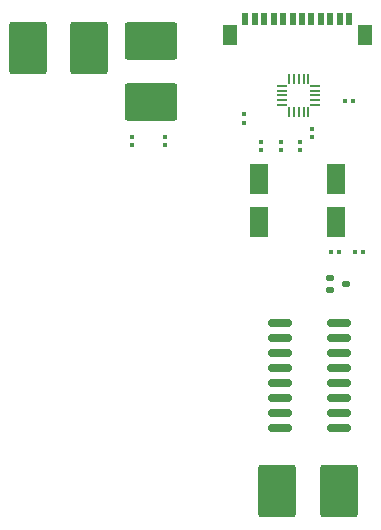
<source format=gbr>
%TF.GenerationSoftware,KiCad,Pcbnew,9.0.0*%
%TF.CreationDate,2025-04-24T22:16:00-04:00*%
%TF.ProjectId,SeniorProject,53656e69-6f72-4507-926f-6a6563742e6b,rev?*%
%TF.SameCoordinates,Original*%
%TF.FileFunction,Paste,Top*%
%TF.FilePolarity,Positive*%
%FSLAX46Y46*%
G04 Gerber Fmt 4.6, Leading zero omitted, Abs format (unit mm)*
G04 Created by KiCad (PCBNEW 9.0.0) date 2025-04-24 22:16:00*
%MOMM*%
%LPD*%
G01*
G04 APERTURE LIST*
G04 Aperture macros list*
%AMRoundRect*
0 Rectangle with rounded corners*
0 $1 Rounding radius*
0 $2 $3 $4 $5 $6 $7 $8 $9 X,Y pos of 4 corners*
0 Add a 4 corners polygon primitive as box body*
4,1,4,$2,$3,$4,$5,$6,$7,$8,$9,$2,$3,0*
0 Add four circle primitives for the rounded corners*
1,1,$1+$1,$2,$3*
1,1,$1+$1,$4,$5*
1,1,$1+$1,$6,$7*
1,1,$1+$1,$8,$9*
0 Add four rect primitives between the rounded corners*
20,1,$1+$1,$2,$3,$4,$5,0*
20,1,$1+$1,$4,$5,$6,$7,0*
20,1,$1+$1,$6,$7,$8,$9,0*
20,1,$1+$1,$8,$9,$2,$3,0*%
%AMFreePoly0*
4,1,14,0.354215,0.088284,0.450784,-0.008285,0.462500,-0.036569,0.462500,-0.060000,0.450784,-0.088284,0.422500,-0.100000,-0.422500,-0.100000,-0.450784,-0.088284,-0.462500,-0.060000,-0.462500,0.060000,-0.450784,0.088284,-0.422500,0.100000,0.325931,0.100000,0.354215,0.088284,0.354215,0.088284,$1*%
%AMFreePoly1*
4,1,14,0.450784,0.088284,0.462500,0.060000,0.462500,0.036569,0.450784,0.008285,0.354215,-0.088284,0.325931,-0.100000,-0.422500,-0.100000,-0.450784,-0.088284,-0.462500,-0.060000,-0.462500,0.060000,-0.450784,0.088284,-0.422500,0.100000,0.422500,0.100000,0.450784,0.088284,0.450784,0.088284,$1*%
%AMFreePoly2*
4,1,14,0.088284,0.450784,0.100000,0.422500,0.100000,-0.422500,0.088284,-0.450784,0.060000,-0.462500,-0.060000,-0.462500,-0.088284,-0.450784,-0.100000,-0.422500,-0.100000,0.325931,-0.088284,0.354215,0.008285,0.450784,0.036569,0.462500,0.060000,0.462500,0.088284,0.450784,0.088284,0.450784,$1*%
%AMFreePoly3*
4,1,14,-0.008285,0.450784,0.088284,0.354215,0.100000,0.325931,0.100000,-0.422500,0.088284,-0.450784,0.060000,-0.462500,-0.060000,-0.462500,-0.088284,-0.450784,-0.100000,-0.422500,-0.100000,0.422500,-0.088284,0.450784,-0.060000,0.462500,-0.036569,0.462500,-0.008285,0.450784,-0.008285,0.450784,$1*%
%AMFreePoly4*
4,1,14,0.450784,0.088284,0.462500,0.060000,0.462500,-0.060000,0.450784,-0.088284,0.422500,-0.100000,-0.325931,-0.100000,-0.354215,-0.088284,-0.450784,0.008285,-0.462500,0.036569,-0.462500,0.060000,-0.450784,0.088284,-0.422500,0.100000,0.422500,0.100000,0.450784,0.088284,0.450784,0.088284,$1*%
%AMFreePoly5*
4,1,14,0.450784,0.088284,0.462500,0.060000,0.462500,-0.060000,0.450784,-0.088284,0.422500,-0.100000,-0.422500,-0.100000,-0.450784,-0.088284,-0.462500,-0.060000,-0.462500,-0.036569,-0.450784,-0.008285,-0.354215,0.088284,-0.325931,0.100000,0.422500,0.100000,0.450784,0.088284,0.450784,0.088284,$1*%
%AMFreePoly6*
4,1,14,0.088284,0.450784,0.100000,0.422500,0.100000,-0.325931,0.088284,-0.354215,-0.008285,-0.450784,-0.036569,-0.462500,-0.060000,-0.462500,-0.088284,-0.450784,-0.100000,-0.422500,-0.100000,0.422500,-0.088284,0.450784,-0.060000,0.462500,0.060000,0.462500,0.088284,0.450784,0.088284,0.450784,$1*%
%AMFreePoly7*
4,1,14,0.088284,0.450784,0.100000,0.422500,0.100000,-0.422500,0.088284,-0.450784,0.060000,-0.462500,0.036569,-0.462500,0.008285,-0.450784,-0.088284,-0.354215,-0.100000,-0.325931,-0.100000,0.422500,-0.088284,0.450784,-0.060000,0.462500,0.060000,0.462500,0.088284,0.450784,0.088284,0.450784,$1*%
G04 Aperture macros list end*
%ADD10RoundRect,0.079500X0.100500X-0.079500X0.100500X0.079500X-0.100500X0.079500X-0.100500X-0.079500X0*%
%ADD11RoundRect,0.150000X-0.850000X-0.150000X0.850000X-0.150000X0.850000X0.150000X-0.850000X0.150000X0*%
%ADD12RoundRect,0.125000X-0.175000X-0.125000X0.175000X-0.125000X0.175000X0.125000X-0.175000X0.125000X0*%
%ADD13RoundRect,0.079500X0.079500X0.100500X-0.079500X0.100500X-0.079500X-0.100500X0.079500X-0.100500X0*%
%ADD14RoundRect,0.079500X-0.100500X0.079500X-0.100500X-0.079500X0.100500X-0.079500X0.100500X0.079500X0*%
%ADD15RoundRect,0.250000X0.550000X-1.050000X0.550000X1.050000X-0.550000X1.050000X-0.550000X-1.050000X0*%
%ADD16RoundRect,0.250000X-1.975000X1.350000X-1.975000X-1.350000X1.975000X-1.350000X1.975000X1.350000X0*%
%ADD17FreePoly0,90.000000*%
%ADD18RoundRect,0.050000X0.050000X-0.412500X0.050000X0.412500X-0.050000X0.412500X-0.050000X-0.412500X0*%
%ADD19FreePoly1,90.000000*%
%ADD20FreePoly2,90.000000*%
%ADD21RoundRect,0.050000X0.412500X-0.050000X0.412500X0.050000X-0.412500X0.050000X-0.412500X-0.050000X0*%
%ADD22FreePoly3,90.000000*%
%ADD23FreePoly4,90.000000*%
%ADD24FreePoly5,90.000000*%
%ADD25FreePoly6,90.000000*%
%ADD26FreePoly7,90.000000*%
%ADD27R,0.500000X1.100000*%
%ADD28R,1.200000X1.700000*%
%ADD29RoundRect,0.079500X-0.079500X-0.100500X0.079500X-0.100500X0.079500X0.100500X-0.079500X0.100500X0*%
%ADD30RoundRect,0.250000X-1.350000X-1.975000X1.350000X-1.975000X1.350000X1.975000X-1.350000X1.975000X0*%
G04 APERTURE END LIST*
D10*
%TO.C,R8*%
X121750000Y-76940000D03*
X121750000Y-76250000D03*
%TD*%
D11*
%TO.C,U2*%
X134250000Y-92005000D03*
X134250000Y-93275000D03*
X134250000Y-94545000D03*
X134250000Y-95815000D03*
X134250000Y-97085000D03*
X134250000Y-98355000D03*
X134250000Y-99625000D03*
X134250000Y-100895000D03*
X139250000Y-100895000D03*
X139250000Y-99625000D03*
X139250000Y-98355000D03*
X139250000Y-97085000D03*
X139250000Y-95815000D03*
X139250000Y-94545000D03*
X139250000Y-93275000D03*
X139250000Y-92005000D03*
%TD*%
D12*
%TO.C,Q1*%
X138500000Y-88200000D03*
X138500000Y-89200000D03*
X139800000Y-88700000D03*
%TD*%
D13*
%TO.C,R5*%
X138560000Y-85950000D03*
X139250000Y-85950000D03*
%TD*%
D14*
%TO.C,R7*%
X124500000Y-76940000D03*
X124500000Y-76250000D03*
%TD*%
D15*
%TO.C,C3*%
X139000000Y-83400000D03*
X139000000Y-79800000D03*
%TD*%
%TO.C,C4*%
X132500000Y-79800000D03*
X132500000Y-83400000D03*
%TD*%
D13*
%TO.C,R6*%
X141250000Y-85950000D03*
X140560000Y-85950000D03*
%TD*%
D16*
%TO.C,STRAIN2*%
X123300000Y-73300000D03*
X123300000Y-68100000D03*
%TD*%
D14*
%TO.C,C1*%
X136950000Y-75555000D03*
X136950000Y-76245000D03*
%TD*%
D10*
%TO.C,R3*%
X134350000Y-77340000D03*
X134350000Y-76650000D03*
%TD*%
D17*
%TO.C,U3*%
X135037500Y-74087500D03*
D18*
X135437500Y-74087500D03*
X135837500Y-74087500D03*
X136237500Y-74087500D03*
D19*
X136637500Y-74087500D03*
D20*
X137225000Y-73500000D03*
D21*
X137225000Y-73100000D03*
X137225000Y-72700000D03*
X137225000Y-72300000D03*
D22*
X137225000Y-71900000D03*
D23*
X136637500Y-71312500D03*
D18*
X136237500Y-71312500D03*
X135837500Y-71312500D03*
X135437500Y-71312500D03*
D24*
X135037500Y-71312500D03*
D25*
X134450000Y-71900000D03*
D21*
X134450000Y-72300000D03*
X134450000Y-72700000D03*
X134450000Y-73100000D03*
D26*
X134450000Y-73500000D03*
%TD*%
D10*
%TO.C,R4*%
X135950000Y-77325000D03*
X135950000Y-76635000D03*
%TD*%
D27*
%TO.C,J1*%
X140100000Y-66200000D03*
X139300000Y-66200000D03*
X138500000Y-66200000D03*
X137700000Y-66200000D03*
X136900000Y-66200000D03*
X136100000Y-66200000D03*
X135300000Y-66200000D03*
X134500000Y-66200000D03*
X133700000Y-66200000D03*
X132900000Y-66200000D03*
X132100000Y-66200000D03*
X131300000Y-66200000D03*
D28*
X141400000Y-67600000D03*
X130000000Y-67600000D03*
%TD*%
D10*
%TO.C,R1*%
X132650000Y-77340000D03*
X132650000Y-76650000D03*
%TD*%
%TO.C,C2*%
X131200000Y-74995000D03*
X131200000Y-74305000D03*
%TD*%
D29*
%TO.C,R2*%
X139700000Y-73150000D03*
X140390000Y-73150000D03*
%TD*%
D30*
%TO.C,STRAIN1*%
X112900000Y-68700000D03*
X118100000Y-68700000D03*
%TD*%
%TO.C,M1*%
X134000000Y-106200000D03*
X139200000Y-106200000D03*
%TD*%
M02*

</source>
